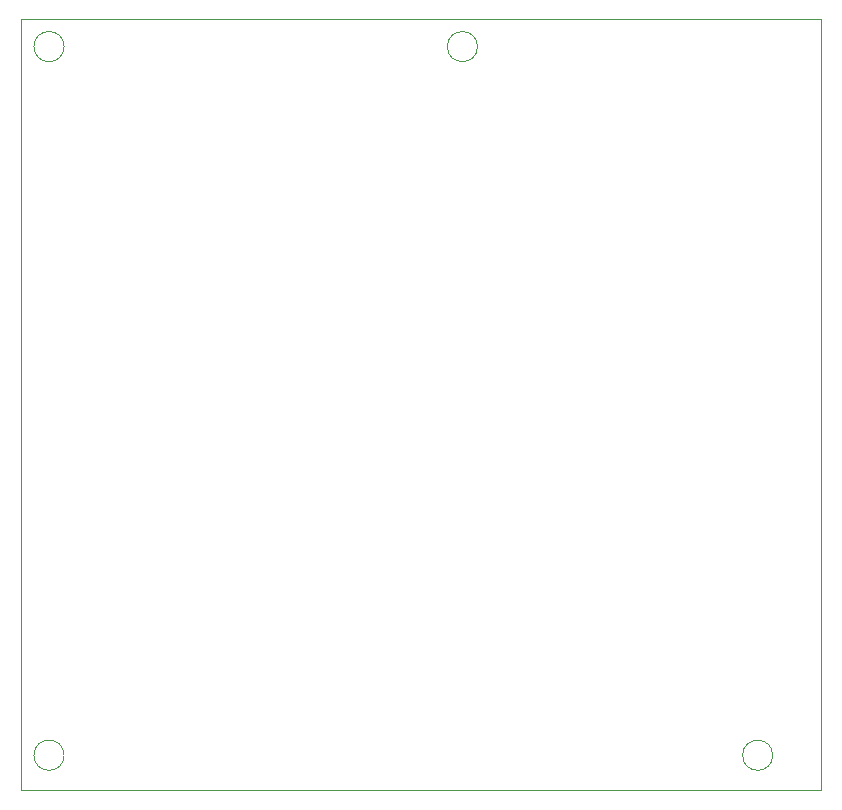
<source format=gbr>
%TF.GenerationSoftware,KiCad,Pcbnew,7.0.1*%
%TF.CreationDate,2025-03-04T19:41:26-05:00*%
%TF.ProjectId,front_panel,66726f6e-745f-4706-916e-656c2e6b6963,rev?*%
%TF.SameCoordinates,Original*%
%TF.FileFunction,Profile,NP*%
%FSLAX46Y46*%
G04 Gerber Fmt 4.6, Leading zero omitted, Abs format (unit mm)*
G04 Created by KiCad (PCBNEW 7.0.1) date 2025-03-04 19:41:26*
%MOMM*%
%LPD*%
G01*
G04 APERTURE LIST*
%TA.AperFunction,Profile*%
%ADD10C,0.100000*%
%TD*%
G04 APERTURE END LIST*
D10*
X127274755Y-99000000D02*
G75*
G03*
X127274755Y-99000000I-1274755J0D01*
G01*
X102274755Y-39000000D02*
G75*
G03*
X102274755Y-39000000I-1274755J0D01*
G01*
X67274755Y-99000000D02*
G75*
G03*
X67274755Y-99000000I-1274755J0D01*
G01*
X63600000Y-36700000D02*
X131400000Y-36700000D01*
X131400000Y-101950000D01*
X63600000Y-101950000D01*
X63600000Y-36700000D01*
X67274755Y-39000000D02*
G75*
G03*
X67274755Y-39000000I-1274755J0D01*
G01*
M02*

</source>
